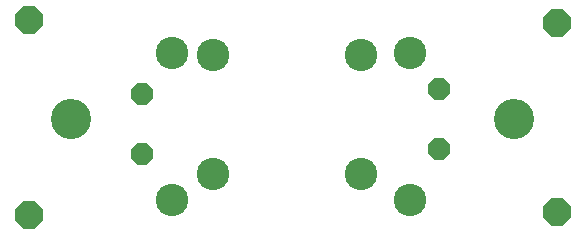
<source format=gbs>
G75*
%MOIN*%
%OFA0B0*%
%FSLAX25Y25*%
%IPPOS*%
%LPD*%
%AMOC8*
5,1,8,0,0,1.08239X$1,22.5*
%
%ADD10C,0.13398*%
%ADD11C,0.10800*%
%ADD12OC8,0.07100*%
%ADD13OC8,0.09300*%
D10*
X0022661Y0046276D03*
X0170299Y0046276D03*
D11*
X0135575Y0068205D03*
X0119394Y0067299D03*
X0070181Y0067299D03*
X0056441Y0068205D03*
X0070181Y0027929D03*
X0056441Y0018992D03*
X0119394Y0027929D03*
X0135575Y0018992D03*
D12*
X0145496Y0036039D03*
X0145496Y0056039D03*
X0046283Y0054307D03*
X0046283Y0034307D03*
D13*
X0008709Y0014024D03*
X0008709Y0079063D03*
X0184709Y0078102D03*
X0184709Y0015142D03*
M02*

</source>
